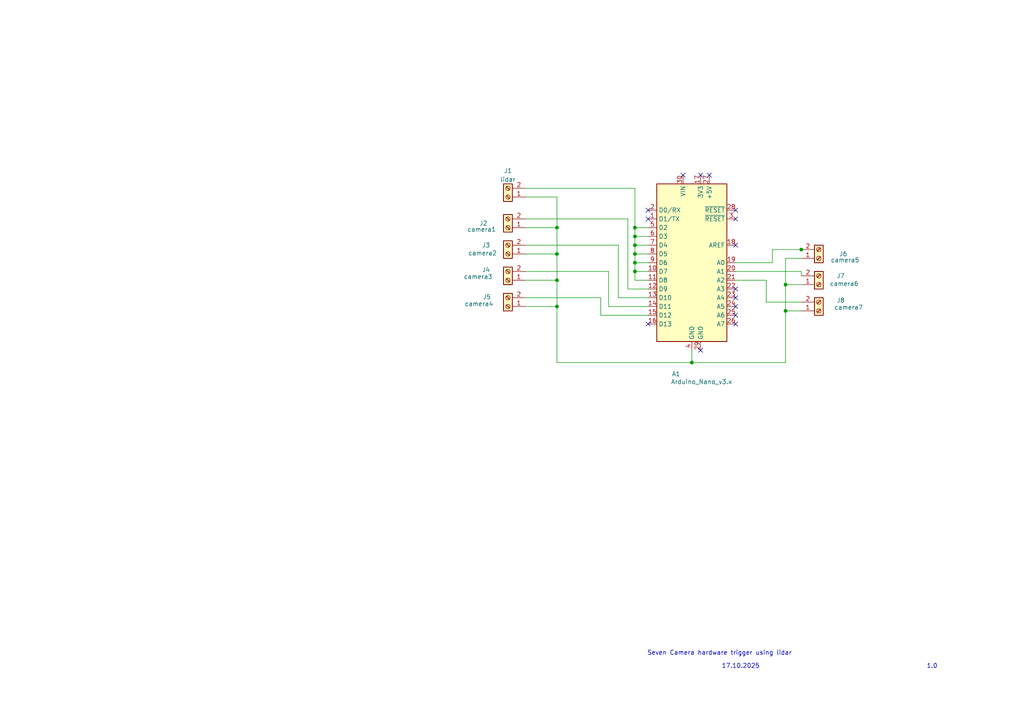
<source format=kicad_sch>
(kicad_sch (version 20250114) (generator "eeschema") (generator_version "9.0")
  (paper "A4")
  (lib_symbols
    (symbol "Connector:Screw_Terminal_01x02" (pin_names (offset 1.016) (hide yes))
      (property "Reference" "J" (at 0 2.54 0))
      (property "Value" "Screw_Terminal_01x02" (at 0 -5.08 0))
      (symbol "Screw_Terminal_01x02_1_1"
        (rectangle (start -1.27 1.27) (end 1.27 -3.81) (stroke (width 0.254)) (fill (type background)))
        (polyline (pts (xy -0.5334 0.3302) (xy 0.3302 -0.508)) (stroke (width 0.1524)))
        (polyline (pts (xy -0.5334 -2.2098) (xy 0.3302 -3.048)) (stroke (width 0.1524)))
        (polyline (pts (xy -0.3556 0.508) (xy 0.508 -0.3302)) (stroke (width 0.1524)))
        (polyline (pts (xy -0.3556 -2.032) (xy 0.508 -2.8702)) (stroke (width 0.1524)))
        (circle (center 0 0) (radius 0.635) (stroke (width 0.1524)))
        (circle (center 0 -2.54) (radius 0.635) (stroke (width 0.1524)))
        (pin passive line (at -5.08 0 0) (length 3.81) (name "Pin_1") (number "1"))
        (pin passive line (at -5.08 -2.54 0) (length 3.81) (name "Pin_2") (number "2"))
      )
    )
    (symbol "MCU_Module:Arduino_Nano_v3.x"
      (property "Reference" "A" (at -10.16 23.495 0))
      (property "Value" "Arduino_Nano_v3.x" (at 5.08 -24.13 0))
      (symbol "Arduino_Nano_v3.x_0_1"
        (rectangle (start -10.16 22.86) (end 10.16 -22.86) (stroke (width 0.254)) (fill (type background)))
      )
      (symbol "Arduino_Nano_v3.x_1_1"
        (pin bidirectional line (at -12.7 15.24 0) (length 2.54) (name "D0/RX") (number "2"))
        (pin bidirectional line (at -12.7 12.7 0) (length 2.54) (name "D1/TX") (number "1"))
        (pin bidirectional line (at -12.7 10.16 0) (length 2.54) (name "D2") (number "5"))
        (pin bidirectional line (at -12.7 7.62 0) (length 2.54) (name "D3") (number "6"))
        (pin bidirectional line (at -12.7 5.08 0) (length 2.54) (name "D4") (number "7"))
        (pin bidirectional line (at -12.7 2.54 0) (length 2.54) (name "D5") (number "8"))
        (pin bidirectional line (at -12.7 0 0) (length 2.54) (name "D6") (number "9"))
        (pin bidirectional line (at -12.7 -2.54 0) (length 2.54) (name "D7") (number "10"))
        (pin bidirectional line (at -12.7 -5.08 0) (length 2.54) (name "D8") (number "11"))
        (pin bidirectional line (at -12.7 -7.62 0) (length 2.54) (name "D9") (number "12"))
        (pin bidirectional line (at -12.7 -10.16 0) (length 2.54) (name "D10") (number "13"))
        (pin bidirectional line (at -12.7 -12.7 0) (length 2.54) (name "D11") (number "14"))
        (pin bidirectional line (at -12.7 -15.24 0) (length 2.54) (name "D12") (number "15"))
        (pin bidirectional line (at -12.7 -17.78 0) (length 2.54) (name "D13") (number "16"))
        (pin power_in line (at -2.54 25.4 270) (length 2.54) (name "VIN") (number "30"))
        (pin power_in line (at 0 -25.4 90) (length 2.54) (name "GND") (number "4"))
        (pin power_out line (at 2.54 25.4 270) (length 2.54) (name "3V3") (number "17"))
        (pin power_in line (at 2.54 -25.4 90) (length 2.54) (name "GND") (number "29"))
        (pin power_out line (at 5.08 25.4 270) (length 2.54) (name "+5V") (number "27"))
        (pin input line (at 12.7 15.24 180) (length 2.54) (name "~{RESET}") (number "28"))
        (pin input line (at 12.7 12.7 180) (length 2.54) (name "~{RESET}") (number "3"))
        (pin input line (at 12.7 5.08 180) (length 2.54) (name "AREF") (number "18"))
        (pin bidirectional line (at 12.7 0 180) (length 2.54) (name "A0") (number "19"))
        (pin bidirectional line (at 12.7 -2.54 180) (length 2.54) (name "A1") (number "20"))
        (pin bidirectional line (at 12.7 -5.08 180) (length 2.54) (name "A2") (number "21"))
        (pin bidirectional line (at 12.7 -7.62 180) (length 2.54) (name "A3") (number "22"))
        (pin bidirectional line (at 12.7 -10.16 180) (length 2.54) (name "A4") (number "23"))
        (pin bidirectional line (at 12.7 -12.7 180) (length 2.54) (name "A5") (number "24"))
        (pin bidirectional line (at 12.7 -15.24 180) (length 2.54) (name "A6") (number "25"))
        (pin bidirectional line (at 12.7 -17.78 180) (length 2.54) (name "A7") (number "26"))
      )
    )
  )
  (text "Seven Camera hardware trigger using lidar\n" (at 187.706 189.484 0) (effects (font (size 1.27 1.27)) (justify left)))
  (text "17.10.2025" (at 209.296 193.294 0) (effects (font (size 1.27 1.27)) (justify left)))
  (text "1.0" (at 268.732 193.294 0) (effects (font (size 1.27 1.27)) (justify left)))
  (junction (at 184.15 78.74))
  (junction (at 161.544 81.28))
  (junction (at 184.15 76.2))
  (junction (at 161.544 73.66))
  (junction (at 184.15 68.58))
  (junction (at 184.15 66.04))
  (junction (at 227.838 90.17))
  (junction (at 232.41 72.39))
  (junction (at 184.15 71.12))
  (junction (at 161.544 88.9))
  (junction (at 161.544 66.04))
  (junction (at 184.15 73.66))
  (junction (at 227.838 82.55))
  (junction (at 200.66 105.156))
  (no_connect (at 187.96 93.98))
  (no_connect (at 213.36 86.36))
  (no_connect (at 187.96 60.96))
  (no_connect (at 213.36 91.44))
  (no_connect (at 203.2 101.6))
  (no_connect (at 203.2 50.8))
  (no_connect (at 198.12 50.8))
  (no_connect (at 213.36 63.5))
  (no_connect (at 205.74 50.8))
  (no_connect (at 213.36 88.9))
  (no_connect (at 187.96 63.5))
  (no_connect (at 213.36 71.12))
  (no_connect (at 213.36 93.98))
  (no_connect (at 213.36 83.82))
  (no_connect (at 213.36 60.96))
  (wire (pts (xy 187.96 91.44) (xy 174.244 91.44)))
  (wire (pts (xy 184.15 76.2) (xy 184.15 78.74)))
  (wire (pts (xy 184.15 66.04) (xy 187.96 66.04)))
  (wire (pts (xy 184.15 81.28) (xy 184.15 78.74)))
  (wire (pts (xy 187.96 71.12) (xy 184.15 71.12)))
  (wire (pts (xy 227.838 82.55) (xy 232.41 82.55)))
  (wire (pts (xy 232.41 74.93) (xy 227.838 74.93)))
  (wire (pts (xy 184.15 73.66) (xy 184.15 76.2)))
  (wire (pts (xy 200.66 101.6) (xy 200.66 105.156)))
  (wire (pts (xy 224.028 72.39) (xy 232.41 72.39)))
  (wire (pts (xy 152.4 86.36) (xy 174.244 86.36)))
  (wire (pts (xy 152.4 88.9) (xy 161.544 88.9)))
  (wire (pts (xy 227.838 90.17) (xy 227.838 105.156)))
  (wire (pts (xy 161.544 66.04) (xy 161.544 57.15)))
  (wire (pts (xy 184.15 68.58) (xy 187.96 68.58)))
  (wire (pts (xy 213.36 78.74) (xy 232.41 78.74)))
  (wire (pts (xy 176.53 78.74) (xy 152.4 78.74)))
  (wire (pts (xy 187.96 81.28) (xy 184.15 81.28)))
  (wire (pts (xy 179.324 71.12) (xy 152.4 71.12)))
  (wire (pts (xy 161.544 88.9) (xy 161.544 81.28)))
  (wire (pts (xy 227.838 74.93) (xy 227.838 82.55)))
  (wire (pts (xy 200.66 105.156) (xy 227.838 105.156)))
  (wire (pts (xy 184.15 73.66) (xy 184.15 71.12)))
  (wire (pts (xy 187.96 86.36) (xy 179.324 86.36)))
  (wire (pts (xy 161.544 81.28) (xy 161.544 73.66)))
  (wire (pts (xy 200.66 105.156) (xy 161.544 105.156)))
  (wire (pts (xy 227.838 90.17) (xy 232.41 90.17)))
  (wire (pts (xy 227.838 82.55) (xy 227.838 90.17)))
  (wire (pts (xy 187.96 88.9) (xy 176.53 88.9)))
  (wire (pts (xy 187.96 73.66) (xy 184.15 73.66)))
  (wire (pts (xy 161.544 88.9) (xy 161.544 105.156)))
  (wire (pts (xy 187.96 78.74) (xy 184.15 78.74)))
  (wire (pts (xy 222.25 81.28) (xy 222.25 87.63)))
  (wire (pts (xy 176.53 88.9) (xy 176.53 78.74)))
  (wire (pts (xy 232.41 78.74) (xy 232.41 80.01)))
  (wire (pts (xy 187.96 83.82) (xy 182.118 83.82)))
  (wire (pts (xy 161.544 57.15) (xy 152.4 57.15)))
  (wire (pts (xy 213.36 81.28) (xy 222.25 81.28)))
  (wire (pts (xy 187.96 76.2) (xy 184.15 76.2)))
  (wire (pts (xy 179.324 86.36) (xy 179.324 71.12)))
  (wire (pts (xy 174.244 91.44) (xy 174.244 86.36)))
  (wire (pts (xy 182.118 63.5) (xy 152.4 63.5)))
  (wire (pts (xy 182.118 83.82) (xy 182.118 63.5)))
  (wire (pts (xy 161.544 73.66) (xy 161.544 66.04)))
  (wire (pts (xy 184.15 68.58) (xy 184.15 71.12)))
  (wire (pts (xy 152.4 81.28) (xy 161.544 81.28)))
  (wire (pts (xy 224.028 76.2) (xy 224.028 72.39)))
  (wire (pts (xy 232.41 72.39) (xy 232.664 72.39)))
  (wire (pts (xy 152.4 54.61) (xy 184.15 54.61)))
  (wire (pts (xy 213.36 76.2) (xy 224.028 76.2)))
  (wire (pts (xy 184.15 54.61) (xy 184.15 66.04)))
  (wire (pts (xy 152.4 66.04) (xy 161.544 66.04)))
  (wire (pts (xy 222.25 87.63) (xy 232.41 87.63)))
  (wire (pts (xy 184.15 66.04) (xy 184.15 68.58)))
  (wire (pts (xy 152.4 73.66) (xy 161.544 73.66)))
  (symbol (lib_id "MCU_Module:Arduino_Nano_v3.x") (at 200.66 76.2 0) (unit 1)
    (property "Reference" "A1" (at 194.818 108.458 0) (effects (justify left)))
    (property "Value" "Arduino_Nano_v3.x" (at 194.564 110.744 0) (effects (justify left)))
    (property "Footprint" "Module:Arduino_Nano_WithMountingHoles" (effects (hide yes)))
    (property "Datasheet" "http://www.mouser.com/pdfdocs/Gravitech_Arduino_Nano3_0.pdf" (effects (hide yes)))
    (property "Description" "Arduino Nano v3.x" (effects (hide yes)))
  )
  (symbol (lib_id "Connector:Screw_Terminal_01x02") (at 147.32 66.04 180) (unit 1)
    (property "Reference" "J2" (at 140.208 64.77 0))
    (property "Value" "camera1" (at 139.7 66.548 0))
    (property "Footprint" "TerminalBlock_Phoenix:TerminalBlock_Phoenix_MKDS-1,5-2_1x02_P5.00mm_Horizontal" (effects (hide yes)))
    (property "Description" "Generic screw terminal, single row, 01x02, script generated (kicad-library-utils/schlib/autogen/connector/)" (effects (hide yes)))
  )
  (symbol (lib_id "Connector:Screw_Terminal_01x02") (at 147.32 81.28 180) (unit 1)
    (property "Reference" "J4" (at 140.97 78.232 0))
    (property "Value" "camera3" (at 138.684 80.264 0))
    (property "Footprint" "TerminalBlock_Phoenix:TerminalBlock_Phoenix_MKDS-1,5-2_1x02_P5.00mm_Horizontal" (effects (hide yes)))
    (property "Description" "Generic screw terminal, single row, 01x02, script generated (kicad-library-utils/schlib/autogen/connector/)" (effects (hide yes)))
  )
  (symbol (lib_id "Connector:Screw_Terminal_01x02") (at 237.49 74.93 0) (mirror x) (unit 1)
    (property "Reference" "J6" (at 244.602 73.66 0))
    (property "Value" "camera5" (at 245.11 75.438 0))
    (property "Footprint" "TerminalBlock_Phoenix:TerminalBlock_Phoenix_MKDS-1,5-2_1x02_P5.00mm_Horizontal" (effects (hide yes)))
    (property "Description" "Generic screw terminal, single row, 01x02, script generated (kicad-library-utils/schlib/autogen/connector/)" (effects (hide yes)))
  )
  (symbol (lib_id "Connector:Screw_Terminal_01x02") (at 237.49 82.55 0) (mirror x) (unit 1)
    (property "Reference" "J7" (at 243.84 80.01 0))
    (property "Value" "camera6" (at 244.856 82.296 0))
    (property "Footprint" "TerminalBlock_Phoenix:TerminalBlock_Phoenix_MKDS-1,5-2_1x02_P5.00mm_Horizontal" (effects (hide yes)))
    (property "Description" "Generic screw terminal, single row, 01x02, script generated (kicad-library-utils/schlib/autogen/connector/)" (effects (hide yes)))
  )
  (symbol (lib_id "Connector:Screw_Terminal_01x02") (at 147.32 57.15 180) (unit 1)
    (property "Reference" "J1" (at 147.32 49.53 0))
    (property "Value" "lidar" (at 147.32 52.07 0))
    (property "Footprint" "TerminalBlock_Phoenix:TerminalBlock_Phoenix_MKDS-1,5-2_1x02_P5.00mm_Horizontal" (effects (hide yes)))
    (property "Description" "Generic screw terminal, single row, 01x02, script generated (kicad-library-utils/schlib/autogen/connector/)" (effects (hide yes)))
  )
  (symbol (lib_id "Connector:Screw_Terminal_01x02") (at 237.49 90.17 0) (mirror x) (unit 1)
    (property "Reference" "J8" (at 243.84 87.122 0))
    (property "Value" "camera7" (at 246.126 89.154 0))
    (property "Footprint" "TerminalBlock_Phoenix:TerminalBlock_Phoenix_MKDS-1,5-2_1x02_P5.00mm_Horizontal" (effects (hide yes)))
    (property "Description" "Generic screw terminal, single row, 01x02, script generated (kicad-library-utils/schlib/autogen/connector/)" (effects (hide yes)))
  )
  (symbol (lib_id "Connector:Screw_Terminal_01x02") (at 147.32 73.66 180) (unit 1)
    (property "Reference" "J3" (at 140.97 71.12 0))
    (property "Value" "camera2" (at 139.954 73.406 0))
    (property "Footprint" "TerminalBlock_Phoenix:TerminalBlock_Phoenix_MKDS-1,5-2_1x02_P5.00mm_Horizontal" (effects (hide yes)))
    (property "Description" "Generic screw terminal, single row, 01x02, script generated (kicad-library-utils/schlib/autogen/connector/)" (effects (hide yes)))
  )
  (symbol (lib_id "Connector:Screw_Terminal_01x02") (at 147.32 88.9 180) (unit 1)
    (property "Reference" "J5" (at 141.224 86.106 0))
    (property "Value" "camera4" (at 138.938 88.138 0))
    (property "Footprint" "TerminalBlock_Phoenix:TerminalBlock_Phoenix_MKDS-1,5-2_1x02_P5.00mm_Horizontal" (effects (hide yes)))
    (property "Description" "Generic screw terminal, single row, 01x02, script generated (kicad-library-utils/schlib/autogen/connector/)" (effects (hide yes)))
  )
)
</source>
